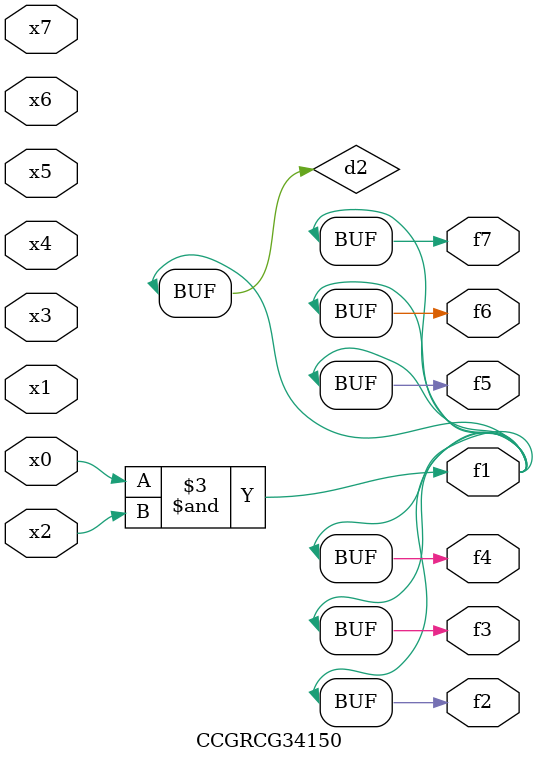
<source format=v>
module CCGRCG34150(
	input x0, x1, x2, x3, x4, x5, x6, x7,
	output f1, f2, f3, f4, f5, f6, f7
);

	wire d1, d2;

	nor (d1, x3, x6);
	and (d2, x0, x2);
	assign f1 = d2;
	assign f2 = d2;
	assign f3 = d2;
	assign f4 = d2;
	assign f5 = d2;
	assign f6 = d2;
	assign f7 = d2;
endmodule

</source>
